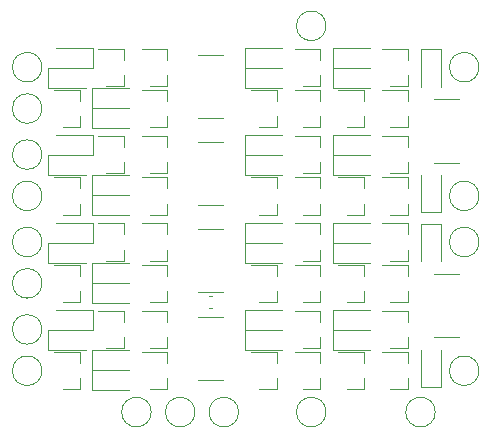
<source format=gto>
%TF.GenerationSoftware,KiCad,Pcbnew,(5.1.9)-1*%
%TF.CreationDate,2022-08-30T23:25:40+02:00*%
%TF.ProjectId,adder,61646465-722e-46b6-9963-61645f706362,rev?*%
%TF.SameCoordinates,Original*%
%TF.FileFunction,Legend,Top*%
%TF.FilePolarity,Positive*%
%FSLAX46Y46*%
G04 Gerber Fmt 4.6, Leading zero omitted, Abs format (unit mm)*
G04 Created by KiCad (PCBNEW (5.1.9)-1) date 2022-08-30 23:25:40*
%MOMM*%
%LPD*%
G01*
G04 APERTURE LIST*
%ADD10C,0.120000*%
%ADD11C,2.000000*%
%ADD12R,0.900000X0.900000*%
%ADD13R,0.900000X0.800000*%
%ADD14R,1.000000X1.000000*%
G04 APERTURE END LIST*
D10*
%TO.C,TP403*%
X189951000Y-82800000D02*
G75*
G03*
X189951000Y-82800000I-1251000J0D01*
G01*
%TO.C,TP402*%
X152951000Y-82800000D02*
G75*
G03*
X152951000Y-82800000I-1251000J0D01*
G01*
%TO.C,TP401*%
X152951000Y-86300000D02*
G75*
G03*
X152951000Y-86300000I-1251000J0D01*
G01*
%TO.C,RN401*%
X168250000Y-81730000D02*
X166150000Y-81730000D01*
X168250000Y-87070000D02*
X166150000Y-87070000D01*
%TO.C,Q410*%
X172810000Y-87880000D02*
X171350000Y-87880000D01*
X172810000Y-84720000D02*
X170650000Y-84720000D01*
X172810000Y-84720000D02*
X172810000Y-85650000D01*
X172810000Y-87880000D02*
X172810000Y-86950000D01*
%TO.C,Q409*%
X159860000Y-84380000D02*
X158400000Y-84380000D01*
X159860000Y-81220000D02*
X157700000Y-81220000D01*
X159860000Y-81220000D02*
X159860000Y-82150000D01*
X159860000Y-84380000D02*
X159860000Y-83450000D01*
%TO.C,Q408*%
X156160000Y-87880000D02*
X154700000Y-87880000D01*
X156160000Y-84720000D02*
X154000000Y-84720000D01*
X156160000Y-84720000D02*
X156160000Y-85650000D01*
X156160000Y-87880000D02*
X156160000Y-86950000D01*
%TO.C,Q407*%
X183910000Y-87880000D02*
X182450000Y-87880000D01*
X183910000Y-84720000D02*
X181750000Y-84720000D01*
X183910000Y-84720000D02*
X183910000Y-85650000D01*
X183910000Y-87880000D02*
X183910000Y-86950000D01*
%TO.C,Q406*%
X180210000Y-87880000D02*
X178750000Y-87880000D01*
X180210000Y-84720000D02*
X178050000Y-84720000D01*
X180210000Y-84720000D02*
X180210000Y-85650000D01*
X180210000Y-87880000D02*
X180210000Y-86950000D01*
%TO.C,Q405*%
X176510000Y-87880000D02*
X175050000Y-87880000D01*
X176510000Y-84720000D02*
X174350000Y-84720000D01*
X176510000Y-84720000D02*
X176510000Y-85650000D01*
X176510000Y-87880000D02*
X176510000Y-86950000D01*
%TO.C,Q404*%
X176510000Y-84380000D02*
X175050000Y-84380000D01*
X176510000Y-81220000D02*
X174350000Y-81220000D01*
X176510000Y-81220000D02*
X176510000Y-82150000D01*
X176510000Y-84380000D02*
X176510000Y-83450000D01*
%TO.C,Q403*%
X163560000Y-84380000D02*
X162100000Y-84380000D01*
X163560000Y-81220000D02*
X161400000Y-81220000D01*
X163560000Y-81220000D02*
X163560000Y-82150000D01*
X163560000Y-84380000D02*
X163560000Y-83450000D01*
%TO.C,Q402*%
X163560000Y-87880000D02*
X162100000Y-87880000D01*
X163560000Y-84720000D02*
X161400000Y-84720000D01*
X163560000Y-84720000D02*
X163560000Y-85650000D01*
X163560000Y-87880000D02*
X163560000Y-86950000D01*
%TO.C,Q401*%
X183910000Y-84380000D02*
X182450000Y-84380000D01*
X183910000Y-81220000D02*
X181750000Y-81220000D01*
X183910000Y-81220000D02*
X183910000Y-82150000D01*
X183910000Y-84380000D02*
X183910000Y-83450000D01*
%TO.C,D409*%
X153500000Y-82850000D02*
X156650000Y-82850000D01*
X153500000Y-84550000D02*
X156650000Y-84550000D01*
X153500000Y-82850000D02*
X153500000Y-84550000D01*
%TO.C,D408*%
X157300000Y-82850000D02*
X154150000Y-82850000D01*
X157300000Y-81150000D02*
X154150000Y-81150000D01*
X157300000Y-82850000D02*
X157300000Y-81150000D01*
%TO.C,D407*%
X177550000Y-81150000D02*
X180700000Y-81150000D01*
X177550000Y-82850000D02*
X180700000Y-82850000D01*
X177550000Y-81150000D02*
X177550000Y-82850000D01*
%TO.C,D406*%
X177550000Y-82850000D02*
X180700000Y-82850000D01*
X177550000Y-84550000D02*
X180700000Y-84550000D01*
X177550000Y-82850000D02*
X177550000Y-84550000D01*
%TO.C,D405*%
X170150000Y-81150000D02*
X173300000Y-81150000D01*
X170150000Y-82850000D02*
X173300000Y-82850000D01*
X170150000Y-81150000D02*
X170150000Y-82850000D01*
%TO.C,D404*%
X170150000Y-82850000D02*
X173300000Y-82850000D01*
X170150000Y-84550000D02*
X173300000Y-84550000D01*
X170150000Y-82850000D02*
X170150000Y-84550000D01*
%TO.C,D403*%
X157200000Y-84550000D02*
X160350000Y-84550000D01*
X157200000Y-86250000D02*
X160350000Y-86250000D01*
X157200000Y-84550000D02*
X157200000Y-86250000D01*
%TO.C,D402*%
X157200000Y-86250000D02*
X160350000Y-86250000D01*
X157200000Y-87950000D02*
X160350000Y-87950000D01*
X157200000Y-86250000D02*
X157200000Y-87950000D01*
%TO.C,D401*%
X186750000Y-81300000D02*
X186750000Y-84450000D01*
X185050000Y-81300000D02*
X185050000Y-84450000D01*
X186750000Y-81300000D02*
X185050000Y-81300000D01*
%TO.C,TP303*%
X189951000Y-93700000D02*
G75*
G03*
X189951000Y-93700000I-1251000J0D01*
G01*
%TO.C,TP302*%
X152951000Y-90200000D02*
G75*
G03*
X152951000Y-90200000I-1251000J0D01*
G01*
%TO.C,TP301*%
X152951000Y-93700000D02*
G75*
G03*
X152951000Y-93700000I-1251000J0D01*
G01*
%TO.C,RN301*%
X168250000Y-89130000D02*
X166150000Y-89130000D01*
X168250000Y-94470000D02*
X166150000Y-94470000D01*
%TO.C,RN2*%
X188250000Y-85530000D02*
X186150000Y-85530000D01*
X188250000Y-90870000D02*
X186150000Y-90870000D01*
%TO.C,Q310*%
X172810000Y-95280000D02*
X171350000Y-95280000D01*
X172810000Y-92120000D02*
X170650000Y-92120000D01*
X172810000Y-92120000D02*
X172810000Y-93050000D01*
X172810000Y-95280000D02*
X172810000Y-94350000D01*
%TO.C,Q309*%
X159860000Y-91780000D02*
X158400000Y-91780000D01*
X159860000Y-88620000D02*
X157700000Y-88620000D01*
X159860000Y-88620000D02*
X159860000Y-89550000D01*
X159860000Y-91780000D02*
X159860000Y-90850000D01*
%TO.C,Q308*%
X156160000Y-95280000D02*
X154700000Y-95280000D01*
X156160000Y-92120000D02*
X154000000Y-92120000D01*
X156160000Y-92120000D02*
X156160000Y-93050000D01*
X156160000Y-95280000D02*
X156160000Y-94350000D01*
%TO.C,Q307*%
X183910000Y-95280000D02*
X182450000Y-95280000D01*
X183910000Y-92120000D02*
X181750000Y-92120000D01*
X183910000Y-92120000D02*
X183910000Y-93050000D01*
X183910000Y-95280000D02*
X183910000Y-94350000D01*
%TO.C,Q306*%
X180210000Y-95280000D02*
X178750000Y-95280000D01*
X180210000Y-92120000D02*
X178050000Y-92120000D01*
X180210000Y-92120000D02*
X180210000Y-93050000D01*
X180210000Y-95280000D02*
X180210000Y-94350000D01*
%TO.C,Q305*%
X176510000Y-95280000D02*
X175050000Y-95280000D01*
X176510000Y-92120000D02*
X174350000Y-92120000D01*
X176510000Y-92120000D02*
X176510000Y-93050000D01*
X176510000Y-95280000D02*
X176510000Y-94350000D01*
%TO.C,Q304*%
X176510000Y-91780000D02*
X175050000Y-91780000D01*
X176510000Y-88620000D02*
X174350000Y-88620000D01*
X176510000Y-88620000D02*
X176510000Y-89550000D01*
X176510000Y-91780000D02*
X176510000Y-90850000D01*
%TO.C,Q303*%
X163560000Y-91780000D02*
X162100000Y-91780000D01*
X163560000Y-88620000D02*
X161400000Y-88620000D01*
X163560000Y-88620000D02*
X163560000Y-89550000D01*
X163560000Y-91780000D02*
X163560000Y-90850000D01*
%TO.C,Q302*%
X163560000Y-95280000D02*
X162100000Y-95280000D01*
X163560000Y-92120000D02*
X161400000Y-92120000D01*
X163560000Y-92120000D02*
X163560000Y-93050000D01*
X163560000Y-95280000D02*
X163560000Y-94350000D01*
%TO.C,Q301*%
X183910000Y-91780000D02*
X182450000Y-91780000D01*
X183910000Y-88620000D02*
X181750000Y-88620000D01*
X183910000Y-88620000D02*
X183910000Y-89550000D01*
X183910000Y-91780000D02*
X183910000Y-90850000D01*
%TO.C,D309*%
X153500000Y-90250000D02*
X156650000Y-90250000D01*
X153500000Y-91950000D02*
X156650000Y-91950000D01*
X153500000Y-90250000D02*
X153500000Y-91950000D01*
%TO.C,D308*%
X157300000Y-90250000D02*
X154150000Y-90250000D01*
X157300000Y-88550000D02*
X154150000Y-88550000D01*
X157300000Y-90250000D02*
X157300000Y-88550000D01*
%TO.C,D307*%
X177550000Y-88550000D02*
X180700000Y-88550000D01*
X177550000Y-90250000D02*
X180700000Y-90250000D01*
X177550000Y-88550000D02*
X177550000Y-90250000D01*
%TO.C,D306*%
X177550000Y-90250000D02*
X180700000Y-90250000D01*
X177550000Y-91950000D02*
X180700000Y-91950000D01*
X177550000Y-90250000D02*
X177550000Y-91950000D01*
%TO.C,D305*%
X170150000Y-88550000D02*
X173300000Y-88550000D01*
X170150000Y-90250000D02*
X173300000Y-90250000D01*
X170150000Y-88550000D02*
X170150000Y-90250000D01*
%TO.C,D304*%
X170150000Y-90250000D02*
X173300000Y-90250000D01*
X170150000Y-91950000D02*
X173300000Y-91950000D01*
X170150000Y-90250000D02*
X170150000Y-91950000D01*
%TO.C,D303*%
X157200000Y-91950000D02*
X160350000Y-91950000D01*
X157200000Y-93650000D02*
X160350000Y-93650000D01*
X157200000Y-91950000D02*
X157200000Y-93650000D01*
%TO.C,D302*%
X157200000Y-93650000D02*
X160350000Y-93650000D01*
X157200000Y-95350000D02*
X160350000Y-95350000D01*
X157200000Y-93650000D02*
X157200000Y-95350000D01*
%TO.C,D301*%
X185050000Y-95100000D02*
X185050000Y-91950000D01*
X186750000Y-95100000D02*
X186750000Y-91950000D01*
X185050000Y-95100000D02*
X186750000Y-95100000D01*
%TO.C,TP203*%
X189951000Y-97600000D02*
G75*
G03*
X189951000Y-97600000I-1251000J0D01*
G01*
%TO.C,TP202*%
X152951000Y-97600000D02*
G75*
G03*
X152951000Y-97600000I-1251000J0D01*
G01*
%TO.C,TP201*%
X152951000Y-101100000D02*
G75*
G03*
X152951000Y-101100000I-1251000J0D01*
G01*
%TO.C,RN201*%
X168250000Y-96530000D02*
X166150000Y-96530000D01*
X168250000Y-101870000D02*
X166150000Y-101870000D01*
%TO.C,Q210*%
X172810000Y-102680000D02*
X171350000Y-102680000D01*
X172810000Y-99520000D02*
X170650000Y-99520000D01*
X172810000Y-99520000D02*
X172810000Y-100450000D01*
X172810000Y-102680000D02*
X172810000Y-101750000D01*
%TO.C,Q209*%
X159860000Y-99180000D02*
X158400000Y-99180000D01*
X159860000Y-96020000D02*
X157700000Y-96020000D01*
X159860000Y-96020000D02*
X159860000Y-96950000D01*
X159860000Y-99180000D02*
X159860000Y-98250000D01*
%TO.C,Q208*%
X156160000Y-102680000D02*
X154700000Y-102680000D01*
X156160000Y-99520000D02*
X154000000Y-99520000D01*
X156160000Y-99520000D02*
X156160000Y-100450000D01*
X156160000Y-102680000D02*
X156160000Y-101750000D01*
%TO.C,Q207*%
X183910000Y-102680000D02*
X182450000Y-102680000D01*
X183910000Y-99520000D02*
X181750000Y-99520000D01*
X183910000Y-99520000D02*
X183910000Y-100450000D01*
X183910000Y-102680000D02*
X183910000Y-101750000D01*
%TO.C,Q206*%
X180210000Y-102680000D02*
X178750000Y-102680000D01*
X180210000Y-99520000D02*
X178050000Y-99520000D01*
X180210000Y-99520000D02*
X180210000Y-100450000D01*
X180210000Y-102680000D02*
X180210000Y-101750000D01*
%TO.C,Q205*%
X176510000Y-102680000D02*
X175050000Y-102680000D01*
X176510000Y-99520000D02*
X174350000Y-99520000D01*
X176510000Y-99520000D02*
X176510000Y-100450000D01*
X176510000Y-102680000D02*
X176510000Y-101750000D01*
%TO.C,Q204*%
X176510000Y-99180000D02*
X175050000Y-99180000D01*
X176510000Y-96020000D02*
X174350000Y-96020000D01*
X176510000Y-96020000D02*
X176510000Y-96950000D01*
X176510000Y-99180000D02*
X176510000Y-98250000D01*
%TO.C,Q203*%
X163560000Y-99180000D02*
X162100000Y-99180000D01*
X163560000Y-96020000D02*
X161400000Y-96020000D01*
X163560000Y-96020000D02*
X163560000Y-96950000D01*
X163560000Y-99180000D02*
X163560000Y-98250000D01*
%TO.C,Q202*%
X163560000Y-102680000D02*
X162100000Y-102680000D01*
X163560000Y-99520000D02*
X161400000Y-99520000D01*
X163560000Y-99520000D02*
X163560000Y-100450000D01*
X163560000Y-102680000D02*
X163560000Y-101750000D01*
%TO.C,Q201*%
X183910000Y-99180000D02*
X182450000Y-99180000D01*
X183910000Y-96020000D02*
X181750000Y-96020000D01*
X183910000Y-96020000D02*
X183910000Y-96950000D01*
X183910000Y-99180000D02*
X183910000Y-98250000D01*
%TO.C,D209*%
X153500000Y-97650000D02*
X156650000Y-97650000D01*
X153500000Y-99350000D02*
X156650000Y-99350000D01*
X153500000Y-97650000D02*
X153500000Y-99350000D01*
%TO.C,D208*%
X157300000Y-97650000D02*
X154150000Y-97650000D01*
X157300000Y-95950000D02*
X154150000Y-95950000D01*
X157300000Y-97650000D02*
X157300000Y-95950000D01*
%TO.C,D207*%
X177550000Y-95950000D02*
X180700000Y-95950000D01*
X177550000Y-97650000D02*
X180700000Y-97650000D01*
X177550000Y-95950000D02*
X177550000Y-97650000D01*
%TO.C,D206*%
X177550000Y-97650000D02*
X180700000Y-97650000D01*
X177550000Y-99350000D02*
X180700000Y-99350000D01*
X177550000Y-97650000D02*
X177550000Y-99350000D01*
%TO.C,D205*%
X170150000Y-95950000D02*
X173300000Y-95950000D01*
X170150000Y-97650000D02*
X173300000Y-97650000D01*
X170150000Y-95950000D02*
X170150000Y-97650000D01*
%TO.C,D204*%
X170150000Y-97650000D02*
X173300000Y-97650000D01*
X170150000Y-99350000D02*
X173300000Y-99350000D01*
X170150000Y-97650000D02*
X170150000Y-99350000D01*
%TO.C,D203*%
X157200000Y-99350000D02*
X160350000Y-99350000D01*
X157200000Y-101050000D02*
X160350000Y-101050000D01*
X157200000Y-99350000D02*
X157200000Y-101050000D01*
%TO.C,D202*%
X157200000Y-101050000D02*
X160350000Y-101050000D01*
X157200000Y-102750000D02*
X160350000Y-102750000D01*
X157200000Y-101050000D02*
X157200000Y-102750000D01*
%TO.C,D201*%
X186750000Y-96100000D02*
X186750000Y-99250000D01*
X185050000Y-96100000D02*
X185050000Y-99250000D01*
X186750000Y-96100000D02*
X185050000Y-96100000D01*
%TO.C,D6*%
X177550000Y-103350000D02*
X180700000Y-103350000D01*
X177550000Y-105050000D02*
X180700000Y-105050000D01*
X177550000Y-103350000D02*
X177550000Y-105050000D01*
%TO.C,D4*%
X170150000Y-103350000D02*
X173300000Y-103350000D01*
X170150000Y-105050000D02*
X173300000Y-105050000D01*
X170150000Y-103350000D02*
X170150000Y-105050000D01*
%TO.C,Q2*%
X163560000Y-106580000D02*
X162100000Y-106580000D01*
X163560000Y-103420000D02*
X161400000Y-103420000D01*
X163560000Y-103420000D02*
X163560000Y-104350000D01*
X163560000Y-106580000D02*
X163560000Y-105650000D01*
%TO.C,D8*%
X153500000Y-105050000D02*
X156650000Y-105050000D01*
X153500000Y-106750000D02*
X156650000Y-106750000D01*
X153500000Y-105050000D02*
X153500000Y-106750000D01*
%TO.C,D7*%
X157300000Y-105050000D02*
X154150000Y-105050000D01*
X157300000Y-103350000D02*
X154150000Y-103350000D01*
X157300000Y-105050000D02*
X157300000Y-103350000D01*
%TO.C,D5*%
X177550000Y-105050000D02*
X180700000Y-105050000D01*
X177550000Y-106750000D02*
X180700000Y-106750000D01*
X177550000Y-105050000D02*
X177550000Y-106750000D01*
%TO.C,D3*%
X170150000Y-105050000D02*
X173300000Y-105050000D01*
X170150000Y-106750000D02*
X173300000Y-106750000D01*
X170150000Y-105050000D02*
X170150000Y-106750000D01*
%TO.C,D2*%
X157200000Y-106750000D02*
X160350000Y-106750000D01*
X157200000Y-108450000D02*
X160350000Y-108450000D01*
X157200000Y-106750000D02*
X157200000Y-108450000D01*
%TO.C,D1*%
X157200000Y-108450000D02*
X160350000Y-108450000D01*
X157200000Y-110150000D02*
X160350000Y-110150000D01*
X157200000Y-108450000D02*
X157200000Y-110150000D01*
%TO.C,D0*%
X185050000Y-109900000D02*
X185050000Y-106750000D01*
X186750000Y-109900000D02*
X186750000Y-106750000D01*
X185050000Y-109900000D02*
X186750000Y-109900000D01*
%TO.C,TP8*%
X169601000Y-112000000D02*
G75*
G03*
X169601000Y-112000000I-1251000J0D01*
G01*
%TO.C,TP7*%
X165901000Y-112000000D02*
G75*
G03*
X165901000Y-112000000I-1251000J0D01*
G01*
%TO.C,TP6*%
X162201000Y-112000000D02*
G75*
G03*
X162201000Y-112000000I-1251000J0D01*
G01*
%TO.C,TP5*%
X177001000Y-79300000D02*
G75*
G03*
X177001000Y-79300000I-1251000J0D01*
G01*
%TO.C,TP4*%
X177001000Y-112000000D02*
G75*
G03*
X177001000Y-112000000I-1251000J0D01*
G01*
%TO.C,TP3*%
X189951000Y-108500000D02*
G75*
G03*
X189951000Y-108500000I-1251000J0D01*
G01*
%TO.C,TP2*%
X152951000Y-105000000D02*
G75*
G03*
X152951000Y-105000000I-1251000J0D01*
G01*
%TO.C,TP1*%
X152951000Y-108500000D02*
G75*
G03*
X152951000Y-108500000I-1251000J0D01*
G01*
%TO.C,TP0*%
X186251000Y-112000000D02*
G75*
G03*
X186251000Y-112000000I-1251000J0D01*
G01*
%TO.C,RN1*%
X188250000Y-100330000D02*
X186150000Y-100330000D01*
X188250000Y-105670000D02*
X186150000Y-105670000D01*
%TO.C,RN0*%
X168250000Y-103930000D02*
X166150000Y-103930000D01*
X168250000Y-109270000D02*
X166150000Y-109270000D01*
%TO.C,Q9*%
X172810000Y-110080000D02*
X171350000Y-110080000D01*
X172810000Y-106920000D02*
X170650000Y-106920000D01*
X172810000Y-106920000D02*
X172810000Y-107850000D01*
X172810000Y-110080000D02*
X172810000Y-109150000D01*
%TO.C,Q8*%
X159860000Y-106580000D02*
X158400000Y-106580000D01*
X159860000Y-103420000D02*
X157700000Y-103420000D01*
X159860000Y-103420000D02*
X159860000Y-104350000D01*
X159860000Y-106580000D02*
X159860000Y-105650000D01*
%TO.C,Q7*%
X156160000Y-110080000D02*
X154700000Y-110080000D01*
X156160000Y-106920000D02*
X154000000Y-106920000D01*
X156160000Y-106920000D02*
X156160000Y-107850000D01*
X156160000Y-110080000D02*
X156160000Y-109150000D01*
%TO.C,Q6*%
X183910000Y-110080000D02*
X182450000Y-110080000D01*
X183910000Y-106920000D02*
X181750000Y-106920000D01*
X183910000Y-106920000D02*
X183910000Y-107850000D01*
X183910000Y-110080000D02*
X183910000Y-109150000D01*
%TO.C,Q5*%
X180210000Y-110080000D02*
X178750000Y-110080000D01*
X180210000Y-106920000D02*
X178050000Y-106920000D01*
X180210000Y-106920000D02*
X180210000Y-107850000D01*
X180210000Y-110080000D02*
X180210000Y-109150000D01*
%TO.C,Q4*%
X176510000Y-110080000D02*
X175050000Y-110080000D01*
X176510000Y-106920000D02*
X174350000Y-106920000D01*
X176510000Y-106920000D02*
X176510000Y-107850000D01*
X176510000Y-110080000D02*
X176510000Y-109150000D01*
%TO.C,Q3*%
X176510000Y-106580000D02*
X175050000Y-106580000D01*
X176510000Y-103420000D02*
X174350000Y-103420000D01*
X176510000Y-103420000D02*
X176510000Y-104350000D01*
X176510000Y-106580000D02*
X176510000Y-105650000D01*
%TO.C,Q1*%
X163560000Y-110080000D02*
X162100000Y-110080000D01*
X163560000Y-106920000D02*
X161400000Y-106920000D01*
X163560000Y-106920000D02*
X163560000Y-107850000D01*
X163560000Y-110080000D02*
X163560000Y-109150000D01*
%TO.C,Q0*%
X183910000Y-106580000D02*
X182450000Y-106580000D01*
X183910000Y-103420000D02*
X181750000Y-103420000D01*
X183910000Y-103420000D02*
X183910000Y-104350000D01*
X183910000Y-106580000D02*
X183910000Y-105650000D01*
%TO.C,C0*%
X167053733Y-103210000D02*
X167346267Y-103210000D01*
X167053733Y-102190000D02*
X167346267Y-102190000D01*
%TD*%
%LPC*%
D11*
%TO.C,TP403*%
X188700000Y-82800000D03*
%TD*%
%TO.C,TP402*%
X151700000Y-82800000D03*
%TD*%
%TO.C,TP401*%
X151700000Y-86300000D03*
%TD*%
D12*
%TO.C,RN401*%
X168700000Y-85060000D03*
X168700000Y-86400000D03*
X168700000Y-82400000D03*
X168700000Y-83740000D03*
X165700000Y-85060000D03*
X165700000Y-83740000D03*
X165700000Y-86400000D03*
X165700000Y-82400000D03*
%TD*%
D13*
%TO.C,Q410*%
X173050000Y-86300000D03*
X171050000Y-87250000D03*
X171050000Y-85350000D03*
%TD*%
%TO.C,Q409*%
X160100000Y-82800000D03*
X158100000Y-83750000D03*
X158100000Y-81850000D03*
%TD*%
%TO.C,Q408*%
X156400000Y-86300000D03*
X154400000Y-87250000D03*
X154400000Y-85350000D03*
%TD*%
%TO.C,Q407*%
X184150000Y-86300000D03*
X182150000Y-87250000D03*
X182150000Y-85350000D03*
%TD*%
%TO.C,Q406*%
X180450000Y-86300000D03*
X178450000Y-87250000D03*
X178450000Y-85350000D03*
%TD*%
%TO.C,Q405*%
X176750000Y-86300000D03*
X174750000Y-87250000D03*
X174750000Y-85350000D03*
%TD*%
%TO.C,Q404*%
X176750000Y-82800000D03*
X174750000Y-83750000D03*
X174750000Y-81850000D03*
%TD*%
%TO.C,Q403*%
X163800000Y-82800000D03*
X161800000Y-83750000D03*
X161800000Y-81850000D03*
%TD*%
%TO.C,Q402*%
X163800000Y-86300000D03*
X161800000Y-87250000D03*
X161800000Y-85350000D03*
%TD*%
%TO.C,Q401*%
X184150000Y-82800000D03*
X182150000Y-83750000D03*
X182150000Y-81850000D03*
%TD*%
D14*
%TO.C,D409*%
X156650000Y-83700000D03*
X154150000Y-83700000D03*
%TD*%
%TO.C,D408*%
X154150000Y-82000000D03*
X156650000Y-82000000D03*
%TD*%
%TO.C,D407*%
X180700000Y-82000000D03*
X178200000Y-82000000D03*
%TD*%
%TO.C,D406*%
X180700000Y-83700000D03*
X178200000Y-83700000D03*
%TD*%
%TO.C,D405*%
X173300000Y-82000000D03*
X170800000Y-82000000D03*
%TD*%
%TO.C,D404*%
X173300000Y-83700000D03*
X170800000Y-83700000D03*
%TD*%
%TO.C,D403*%
X160350000Y-85400000D03*
X157850000Y-85400000D03*
%TD*%
%TO.C,D402*%
X160350000Y-87100000D03*
X157850000Y-87100000D03*
%TD*%
%TO.C,D401*%
X185900000Y-84450000D03*
X185900000Y-81950000D03*
%TD*%
D11*
%TO.C,TP303*%
X188700000Y-93700000D03*
%TD*%
%TO.C,TP302*%
X151700000Y-90200000D03*
%TD*%
%TO.C,TP301*%
X151700000Y-93700000D03*
%TD*%
D12*
%TO.C,RN301*%
X168700000Y-92460000D03*
X168700000Y-93800000D03*
X168700000Y-89800000D03*
X168700000Y-91140000D03*
X165700000Y-92460000D03*
X165700000Y-91140000D03*
X165700000Y-93800000D03*
X165700000Y-89800000D03*
%TD*%
%TO.C,RN2*%
X188700000Y-88860000D03*
X188700000Y-90200000D03*
X188700000Y-86200000D03*
X188700000Y-87540000D03*
X185700000Y-88860000D03*
X185700000Y-87540000D03*
X185700000Y-90200000D03*
X185700000Y-86200000D03*
%TD*%
D13*
%TO.C,Q310*%
X173050000Y-93700000D03*
X171050000Y-94650000D03*
X171050000Y-92750000D03*
%TD*%
%TO.C,Q309*%
X160100000Y-90200000D03*
X158100000Y-91150000D03*
X158100000Y-89250000D03*
%TD*%
%TO.C,Q308*%
X156400000Y-93700000D03*
X154400000Y-94650000D03*
X154400000Y-92750000D03*
%TD*%
%TO.C,Q307*%
X184150000Y-93700000D03*
X182150000Y-94650000D03*
X182150000Y-92750000D03*
%TD*%
%TO.C,Q306*%
X180450000Y-93700000D03*
X178450000Y-94650000D03*
X178450000Y-92750000D03*
%TD*%
%TO.C,Q305*%
X176750000Y-93700000D03*
X174750000Y-94650000D03*
X174750000Y-92750000D03*
%TD*%
%TO.C,Q304*%
X176750000Y-90200000D03*
X174750000Y-91150000D03*
X174750000Y-89250000D03*
%TD*%
%TO.C,Q303*%
X163800000Y-90200000D03*
X161800000Y-91150000D03*
X161800000Y-89250000D03*
%TD*%
%TO.C,Q302*%
X163800000Y-93700000D03*
X161800000Y-94650000D03*
X161800000Y-92750000D03*
%TD*%
%TO.C,Q301*%
X184150000Y-90200000D03*
X182150000Y-91150000D03*
X182150000Y-89250000D03*
%TD*%
D14*
%TO.C,D309*%
X156650000Y-91100000D03*
X154150000Y-91100000D03*
%TD*%
%TO.C,D308*%
X154150000Y-89400000D03*
X156650000Y-89400000D03*
%TD*%
%TO.C,D307*%
X180700000Y-89400000D03*
X178200000Y-89400000D03*
%TD*%
%TO.C,D306*%
X180700000Y-91100000D03*
X178200000Y-91100000D03*
%TD*%
%TO.C,D305*%
X173300000Y-89400000D03*
X170800000Y-89400000D03*
%TD*%
%TO.C,D304*%
X173300000Y-91100000D03*
X170800000Y-91100000D03*
%TD*%
%TO.C,D303*%
X160350000Y-92800000D03*
X157850000Y-92800000D03*
%TD*%
%TO.C,D302*%
X160350000Y-94500000D03*
X157850000Y-94500000D03*
%TD*%
%TO.C,D301*%
X185900000Y-91950000D03*
X185900000Y-94450000D03*
%TD*%
D11*
%TO.C,TP203*%
X188700000Y-97600000D03*
%TD*%
%TO.C,TP202*%
X151700000Y-97600000D03*
%TD*%
%TO.C,TP201*%
X151700000Y-101100000D03*
%TD*%
D12*
%TO.C,RN201*%
X168700000Y-99860000D03*
X168700000Y-101200000D03*
X168700000Y-97200000D03*
X168700000Y-98540000D03*
X165700000Y-99860000D03*
X165700000Y-98540000D03*
X165700000Y-101200000D03*
X165700000Y-97200000D03*
%TD*%
D13*
%TO.C,Q210*%
X173050000Y-101100000D03*
X171050000Y-102050000D03*
X171050000Y-100150000D03*
%TD*%
%TO.C,Q209*%
X160100000Y-97600000D03*
X158100000Y-98550000D03*
X158100000Y-96650000D03*
%TD*%
%TO.C,Q208*%
X156400000Y-101100000D03*
X154400000Y-102050000D03*
X154400000Y-100150000D03*
%TD*%
%TO.C,Q207*%
X184150000Y-101100000D03*
X182150000Y-102050000D03*
X182150000Y-100150000D03*
%TD*%
%TO.C,Q206*%
X180450000Y-101100000D03*
X178450000Y-102050000D03*
X178450000Y-100150000D03*
%TD*%
%TO.C,Q205*%
X176750000Y-101100000D03*
X174750000Y-102050000D03*
X174750000Y-100150000D03*
%TD*%
%TO.C,Q204*%
X176750000Y-97600000D03*
X174750000Y-98550000D03*
X174750000Y-96650000D03*
%TD*%
%TO.C,Q203*%
X163800000Y-97600000D03*
X161800000Y-98550000D03*
X161800000Y-96650000D03*
%TD*%
%TO.C,Q202*%
X163800000Y-101100000D03*
X161800000Y-102050000D03*
X161800000Y-100150000D03*
%TD*%
%TO.C,Q201*%
X184150000Y-97600000D03*
X182150000Y-98550000D03*
X182150000Y-96650000D03*
%TD*%
D14*
%TO.C,D209*%
X156650000Y-98500000D03*
X154150000Y-98500000D03*
%TD*%
%TO.C,D208*%
X154150000Y-96800000D03*
X156650000Y-96800000D03*
%TD*%
%TO.C,D207*%
X180700000Y-96800000D03*
X178200000Y-96800000D03*
%TD*%
%TO.C,D206*%
X180700000Y-98500000D03*
X178200000Y-98500000D03*
%TD*%
%TO.C,D205*%
X173300000Y-96800000D03*
X170800000Y-96800000D03*
%TD*%
%TO.C,D204*%
X173300000Y-98500000D03*
X170800000Y-98500000D03*
%TD*%
%TO.C,D203*%
X160350000Y-100200000D03*
X157850000Y-100200000D03*
%TD*%
%TO.C,D202*%
X160350000Y-101900000D03*
X157850000Y-101900000D03*
%TD*%
%TO.C,D201*%
X185900000Y-99250000D03*
X185900000Y-96750000D03*
%TD*%
%TO.C,D6*%
X180700000Y-104200000D03*
X178200000Y-104200000D03*
%TD*%
%TO.C,D4*%
X173300000Y-104200000D03*
X170800000Y-104200000D03*
%TD*%
D13*
%TO.C,Q2*%
X163800000Y-105000000D03*
X161800000Y-105950000D03*
X161800000Y-104050000D03*
%TD*%
D14*
%TO.C,D8*%
X156650000Y-105900000D03*
X154150000Y-105900000D03*
%TD*%
%TO.C,D7*%
X154150000Y-104200000D03*
X156650000Y-104200000D03*
%TD*%
%TO.C,D5*%
X180700000Y-105900000D03*
X178200000Y-105900000D03*
%TD*%
%TO.C,D3*%
X173300000Y-105900000D03*
X170800000Y-105900000D03*
%TD*%
%TO.C,D2*%
X160350000Y-107600000D03*
X157850000Y-107600000D03*
%TD*%
%TO.C,D1*%
X160350000Y-109300000D03*
X157850000Y-109300000D03*
%TD*%
%TO.C,D0*%
X185900000Y-106750000D03*
X185900000Y-109250000D03*
%TD*%
D11*
%TO.C,TP8*%
X168350000Y-112000000D03*
%TD*%
%TO.C,TP7*%
X164650000Y-112000000D03*
%TD*%
%TO.C,TP6*%
X160950000Y-112000000D03*
%TD*%
%TO.C,TP5*%
X175750000Y-79300000D03*
%TD*%
%TO.C,TP4*%
X175750000Y-112000000D03*
%TD*%
%TO.C,TP3*%
X188700000Y-108500000D03*
%TD*%
%TO.C,TP2*%
X151700000Y-105000000D03*
%TD*%
%TO.C,TP1*%
X151700000Y-108500000D03*
%TD*%
%TO.C,TP0*%
X185000000Y-112000000D03*
%TD*%
D12*
%TO.C,RN1*%
X188700000Y-103660000D03*
X188700000Y-105000000D03*
X188700000Y-101000000D03*
X188700000Y-102340000D03*
X185700000Y-103660000D03*
X185700000Y-102340000D03*
X185700000Y-105000000D03*
X185700000Y-101000000D03*
%TD*%
%TO.C,RN0*%
X168700000Y-107260000D03*
X168700000Y-108600000D03*
X168700000Y-104600000D03*
X168700000Y-105940000D03*
X165700000Y-107260000D03*
X165700000Y-105940000D03*
X165700000Y-108600000D03*
X165700000Y-104600000D03*
%TD*%
D13*
%TO.C,Q9*%
X173050000Y-108500000D03*
X171050000Y-109450000D03*
X171050000Y-107550000D03*
%TD*%
%TO.C,Q8*%
X160100000Y-105000000D03*
X158100000Y-105950000D03*
X158100000Y-104050000D03*
%TD*%
%TO.C,Q7*%
X156400000Y-108500000D03*
X154400000Y-109450000D03*
X154400000Y-107550000D03*
%TD*%
%TO.C,Q6*%
X184150000Y-108500000D03*
X182150000Y-109450000D03*
X182150000Y-107550000D03*
%TD*%
%TO.C,Q5*%
X180450000Y-108500000D03*
X178450000Y-109450000D03*
X178450000Y-107550000D03*
%TD*%
%TO.C,Q4*%
X176750000Y-108500000D03*
X174750000Y-109450000D03*
X174750000Y-107550000D03*
%TD*%
%TO.C,Q3*%
X176750000Y-105000000D03*
X174750000Y-105950000D03*
X174750000Y-104050000D03*
%TD*%
%TO.C,Q1*%
X163800000Y-108500000D03*
X161800000Y-109450000D03*
X161800000Y-107550000D03*
%TD*%
%TO.C,Q0*%
X184150000Y-105000000D03*
X182150000Y-105950000D03*
X182150000Y-104050000D03*
%TD*%
%TO.C,C0*%
G36*
G01*
X167525000Y-102937500D02*
X167525000Y-102462500D01*
G75*
G02*
X167762500Y-102225000I237500J0D01*
G01*
X168362500Y-102225000D01*
G75*
G02*
X168600000Y-102462500I0J-237500D01*
G01*
X168600000Y-102937500D01*
G75*
G02*
X168362500Y-103175000I-237500J0D01*
G01*
X167762500Y-103175000D01*
G75*
G02*
X167525000Y-102937500I0J237500D01*
G01*
G37*
G36*
G01*
X165800000Y-102937500D02*
X165800000Y-102462500D01*
G75*
G02*
X166037500Y-102225000I237500J0D01*
G01*
X166637500Y-102225000D01*
G75*
G02*
X166875000Y-102462500I0J-237500D01*
G01*
X166875000Y-102937500D01*
G75*
G02*
X166637500Y-103175000I-237500J0D01*
G01*
X166037500Y-103175000D01*
G75*
G02*
X165800000Y-102937500I0J237500D01*
G01*
G37*
%TD*%
M02*

</source>
